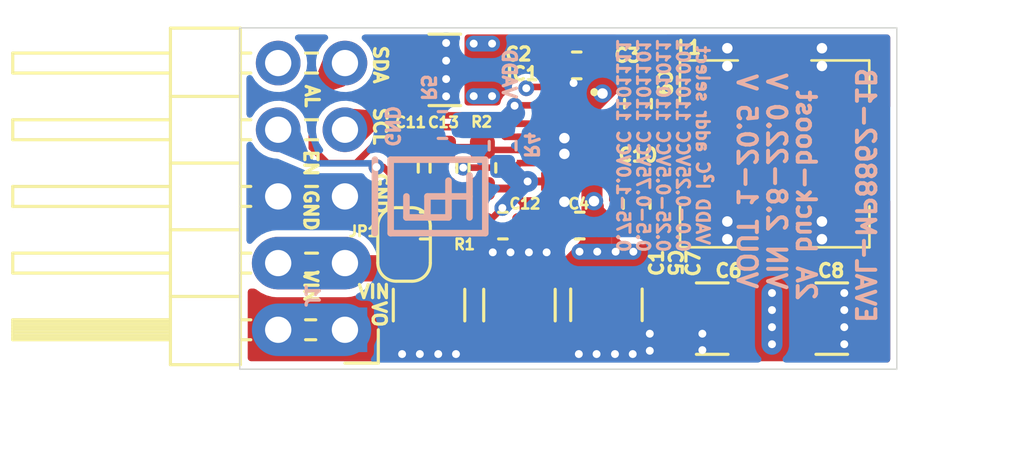
<source format=kicad_pcb>
(kicad_pcb (version 20201002) (generator pcbnew)
  (title_block (title "EVAL-MP8862GQ-0000") (date "2020-10-24") (rev "1B") (company "https://github.com/MisterHW"))
  (layers (0 "F.Cu" signal) (1 "In1.Cu" signal) (2 "In2.Cu" signal) (31 "B.Cu" signal) (34 "B.Paste" user) (35 "F.Paste" user) (36 "B.SilkS" user "B.Silkscreen") (37 "F.SilkS" user "F.Silkscreen") (38 "B.Mask" user) (39 "F.Mask" user) (44 "Edge.Cuts" user))
  (net 0 "")
  (net 1 "GND")
  (net 2 "/ALT")
  (net 3 "/SDA")
  (net 4 "/SCL")
  (net 5 "VPP")
  (net 6 "VDD")
  (net 7 "/EN")
  (net 8 "Net-(JP1-Pad2)")
  (net 9 "/ADD")
  (net 10 "/VCC")
  (net 11 "/SW1")
  (net 12 "/SW2")
  (net 13 "/BST1")
  (net 14 "/BST2")
  (net 15 "/OC")
  (net 16 "Net-(C9-Pad1)")
  (module "Resistor_SMD:R_0603_1608Metric" (layer "F.Cu") (at 105.23 93.8325 -90)
    (fp_text reference "R2" (at -1.75 0.03 180) (layer "F.SilkS") (effects (font (size 0.4 0.4) (thickness 0.1))))
    (fp_text value "21.5k")
    (fp_line (start -0.162779 -0.51) (end 0.162779 -0.51) (layer "F.SilkS") (width 0.12))
    (fp_line (start -0.162779 0.51) (end 0.162779 0.51) (layer "F.SilkS") (width 0.12))
    (pad "1" smd roundrect (at -0.7875 0 270) (size 0.875 0.95) (layers "F.Cu" "F.Paste" "F.Mask") (net 15 "/OC"))
    (pad "2" smd roundrect (at 0.7875 0 270) (size 0.875 0.95) (layers "F.Cu" "F.Paste" "F.Mask") (net 1 "GND"))
  )
  (module "Capacitor_SMD:C_1210_3225Metric" (layer "F.Cu") (at 103.2 99.06 -90)
    (fp_text reference "C1" (at -1.61 -8.66 -90) (layer "F.SilkS") (effects (font (size 0.5 0.5) (thickness 0.125))))
    (fp_text value "22µF/35V")
    (fp_line (start -0.602064 1.36) (end 0.602064 1.36) (layer "F.SilkS") (width 0.12))
    (fp_line (start -0.602064 -1.36) (end 0.602064 -1.36) (layer "F.SilkS") (width 0.12))
    (pad "1" smd roundrect (at -1.4 0 270) (size 1.25 2.65) (layers "F.Cu" "F.Paste" "F.Mask") (roundrect_rratio 0.2) (net 5 "VPP"))
    (pad "2" smd roundrect (at 1.4 0 270) (size 1.25 2.65) (layers "F.Cu" "F.Paste" "F.Mask") (roundrect_rratio 0.2) (net 1 "GND"))
  )
  (module "Capacitor_SMD:C_0603_1608Metric" (layer "F.Cu") (at 108.9375 96.03 180)
    (fp_text reference "C4" (at 0.0375 0.83 180) (layer "F.SilkS") (effects (font (size 0.4 0.4) (thickness 0.1))))
    (fp_text value "100nF/50V")
    (fp_line (start -0.162779 -0.51) (end 0.162779 -0.51) (layer "F.SilkS") (width 0.12))
    (fp_line (start -0.162779 0.51) (end 0.162779 0.51) (layer "F.SilkS") (width 0.12))
    (pad "1" smd roundrect (at -0.7875 0 180) (size 0.875 0.95) (layers "F.Cu" "F.Paste" "F.Mask") (net 6 "VDD"))
    (pad "2" smd roundrect (at 0.7875 0 180) (size 0.875 0.95) (layers "F.Cu" "F.Paste" "F.Mask") (net 1 "GND"))
  )
  (module "Capacitor_SMD:C_1210_3225Metric" (layer "F.Cu") (at 106.64 99.06 90)
    (fp_text reference "C5" (at 1.61 5.92 270 unlocked) (layer "F.SilkS") (effects (font (size 0.5 0.5) (thickness 0.125))))
    (fp_text value "22µF/35V")
    (fp_line (start -0.602064 1.36) (end 0.602064 1.36) (layer "F.SilkS") (width 0.12))
    (fp_line (start -0.602064 -1.36) (end 0.602064 -1.36) (layer "F.SilkS") (width 0.12))
    (pad "1" smd roundrect (at -1.4 0 90) (size 1.25 2.65) (layers "F.Cu" "F.Paste" "F.Mask") (roundrect_rratio 0.2) (net 6 "VDD"))
    (pad "2" smd roundrect (at 1.4 0 90) (size 1.25 2.65) (layers "F.Cu" "F.Paste" "F.Mask") (roundrect_rratio 0.2) (net 1 "GND"))
  )
  (module "Capacitor_SMD:C_1210_3225Metric" (layer "F.Cu") (at 113.975 99.575 180)
    (fp_text reference "C6" (at -0.625 1.825 180) (layer "F.SilkS") (effects (font (size 0.5 0.5) (thickness 0.125))))
    (fp_text value "22µF/35V")
    (fp_line (start -0.602064 -1.36) (end 0.602064 -1.36) (layer "F.SilkS") (width 0.12))
    (fp_line (start -0.602064 1.36) (end 0.602064 1.36) (layer "F.SilkS") (width 0.12))
    (pad "1" smd roundrect (at -1.4 0 180) (size 1.25 2.65) (layers "F.Cu" "F.Paste" "F.Mask") (roundrect_rratio 0.2) (net 6 "VDD"))
    (pad "2" smd roundrect (at 1.4 0 180) (size 1.25 2.65) (layers "F.Cu" "F.Paste" "F.Mask") (roundrect_rratio 0.2) (net 1 "GND"))
  )
  (module "Capacitor_SMD:C_1210_3225Metric" (layer "F.Cu") (at 109.95 99.05 -90)
    (fp_text reference "C7" (at -1.58 -3.3 -90) (layer "F.SilkS") (effects (font (size 0.5 0.5) (thickness 0.125))))
    (fp_text value "22µF/35V")
    (fp_line (start -0.602064 1.36) (end 0.602064 1.36) (layer "F.SilkS") (width 0.12))
    (fp_line (start -0.602064 -1.36) (end 0.602064 -1.36) (layer "F.SilkS") (width 0.12))
    (pad "1" smd roundrect (at -1.4 0 270) (size 1.25 2.65) (layers "F.Cu" "F.Paste" "F.Mask") (roundrect_rratio 0.2) (net 6 "VDD"))
    (pad "2" smd roundrect (at 1.4 0 270) (size 1.25 2.65) (layers "F.Cu" "F.Paste" "F.Mask") (roundrect_rratio 0.2) (net 1 "GND"))
  )
  (module "Capacitor_SMD:C_1210_3225Metric" (layer "F.Cu") (at 118.525 99.575)
    (fp_text reference "C8" (at -0.025 -1.825 180) (layer "F.SilkS") (effects (font (size 0.5 0.5) (thickness 0.125))))
    (fp_text value "22µF/35V")
    (fp_line (start -0.602064 1.36) (end 0.602064 1.36) (layer "F.SilkS") (width 0.12))
    (fp_line (start -0.602064 -1.36) (end 0.602064 -1.36) (layer "F.SilkS") (width 0.12))
    (pad "1" smd roundrect (at -1.4 0) (size 1.25 2.65) (layers "F.Cu" "F.Paste" "F.Mask") (roundrect_rratio 0.2) (net 6 "VDD"))
    (pad "2" smd roundrect (at 1.4 0) (size 1.25 2.65) (layers "F.Cu" "F.Paste" "F.Mask") (roundrect_rratio 0.2) (net 1 "GND"))
  )
  (module "Capacitor_SMD:C_0603_1608Metric" (layer "F.Cu") (at 102.28 93.8325 90)
    (fp_text reference "C11" (at 1.7325 0.22 180) (layer "F.SilkS") (effects (font (size 0.4 0.4) (thickness 0.1))))
    (fp_text value "22nF")
    (fp_line (start -0.162779 -0.51) (end 0.162779 -0.51) (layer "F.SilkS") (width 0.12))
    (fp_line (start -0.162779 0.51) (end 0.162779 0.51) (layer "F.SilkS") (width 0.12))
    (pad "1" smd roundrect (at -0.7875 0 90) (size 0.875 0.95) (layers "F.Cu" "F.Paste" "F.Mask") (net 7 "/EN"))
    (pad "2" smd roundrect (at 0.7875 0 90) (size 0.875 0.95) (layers "F.Cu" "F.Paste" "F.Mask") (net 1 "GND"))
  )
  (module "Capacitor_SMD:C_0603_1608Metric" (layer "F.Cu") (at 103.75 93.8325 90)
    (fp_text reference "C13" (at 1.7325 0 180) (layer "F.SilkS") (effects (font (size 0.4 0.4) (thickness 0.1))))
    (fp_text value "22nF")
    (fp_line (start -0.162779 0.51) (end 0.162779 0.51) (layer "F.SilkS") (width 0.12))
    (fp_line (start -0.162779 -0.51) (end 0.162779 -0.51) (layer "F.SilkS") (width 0.12))
    (pad "1" smd roundrect (at -0.7875 0 90) (size 0.875 0.95) (layers "F.Cu" "F.Paste" "F.Mask") (net 1 "GND"))
    (pad "2" smd roundrect (at 0.7875 0 90) (size 0.875 0.95) (layers "F.Cu" "F.Paste" "F.Mask") (net 15 "/OC"))
  )
  (module "Resistor_SMD:R_0603_1608Metric" (layer "F.Cu") (at 103.0325 96.03 180)
    (fp_text reference "R1" (at -1.5175 -0.72 180) (layer "F.SilkS") (effects (font (size 0.4 0.4) (thickness 0.1))))
    (fp_text value "499k")
    (fp_line (start -0.162779 -0.51) (end 0.162779 -0.51) (layer "F.SilkS") (width 0.12))
    (fp_line (start -0.162779 0.51) (end 0.162779 0.51) (layer "F.SilkS") (width 0.12))
    (pad "1" smd roundrect (at -0.7875 0 180) (size 0.875 0.95) (layers "F.Cu" "F.Paste" "F.Mask") (net 7 "/EN"))
    (pad "2" smd roundrect (at 0.7875 0 180) (size 0.875 0.95) (layers "F.Cu" "F.Paste" "F.Mask") (net 8 "Net-(JP1-Pad2)"))
  )
  (module "MP8862GQ:MP8862GQ" (layer "F.Cu") (at 108.34 92.9 -90)
    (fp_text reference "IC1" (at -2.65 1.59 180) (layer "F.SilkS") (effects (font (size 0.5 0.5) (thickness 0.125))))
    (fp_text value "MP8862GQ" hide)
    (fp_line (start -2 -1.15) (end -2 -1.15) (layer "F.SilkS") (width 0.2))
    (fp_line (start -1.9 -1.15) (end -1.9 -1.15) (layer "F.SilkS") (width 0.2))
    (fp_line (start -2 -1.15) (end -2 -1.15) (layer "F.SilkS") (width 0.2))
    (fp_arc (start -1.95 -1.15) (end -2 -1.15) (angle -180) (layer "F.SilkS") (width 0.2))
    (fp_arc (start -1.95 -1.15) (end -2 -1.15) (angle -180) (layer "F.SilkS") (width 0.2))
    (fp_arc (start -1.95 -1.15) (end -1.9 -1.15) (angle -180) (layer "F.SilkS") (width 0.2))
    (pad "1" smd rect (at -1.4 -0.75) (size 0.25 0.8) (layers "F.Cu" "F.Paste" "F.Mask") (net 5 "VPP"))
    (pad "2" smd rect (at -1.45 -0.25) (size 0.25 0.7) (layers "F.Cu" "F.Paste" "F.Mask") (net 1 "GND"))
    (pad "3" smd rect (at -1.45 0.25) (size 0.25 0.7) (layers "F.Cu" "F.Paste" "F.Mask") (net 7 "/EN"))
    (pad "4" smd rect (at -1.45 0.75) (size 0.25 0.7) (layers "F.Cu" "F.Paste" "F.Mask") (net 9 "/ADD"))
    (pad "5" smd rect (at -0.75 1.45 270) (size 0.25 0.7) (layers "F.Cu" "F.Paste" "F.Mask") (net 4 "/SCL"))
    (pad "6" smd rect (at -0.25 1.2 270) (size 0.25 1.2) (layers "F.Cu" "F.Paste" "F.Mask") (net 3 "/SDA"))
    (pad "7" smd rect (at 0.25 1.2 270) (size 0.25 1.2) (layers "F.Cu" "F.Paste" "F.Mask") (net 15 "/OC"))
    (pad "8" smd rect (at 0.75 1.45 270) (size 0.25 0.7) (layers "F.Cu" "F.Paste" "F.Mask") (net 2 "/ALT"))
    (pad "9" smd rect (at 1.45 0.75) (size 0.25 0.7) (layers "F.Cu" "F.Paste" "F.Mask") (net 10 "/VCC"))
    (pad "10" smd rect (at 1.45 0.25) (size 0.25 0.7) (layers "F.Cu" "F.Paste" "F.Mask") (net 1 "GND"))
    (pad "11" smd rect (at 1.45 -0.25) (size 0.25 0.7) (layers "F.Cu" "F.Paste" "F.Mask") (net 1 "GND"))
    (pad "12" smd rect (at 1.45 -0.75) (size 0.25 0.7) (layers "F.Cu" "F.Paste" "F.Mask") (net 6 "VDD"))
    (pad "13" smd rect (at 0.75 -1.45 270) (size 0.25 0.7) (layers "F.Cu" "F.Paste" "F.Mask") (net 14 "/BST2"))
    (pad "14" smd rect (at 0.25 -1.2 270) (size 0.25 1.2) (layers "F.Cu" "F.Paste" "F.Mask") (net 12 "/SW2"))
    (pad "15" smd rect (at -0.25 -1.2 270) (size 0.25 1.2) (layers "F.Cu" "F.Paste" "F.Mask") (net 11 "/SW1"))
    (pad "16" smd rect (at -0.75 -1.45 270) (size 0.25 0.7) (layers "F.Cu" "F.Paste" "F.Mask") (net 13 "/BST1"))
  )
  (module "Capacitor_SMD:C_0603_1608Metric" (layer "F.Cu") (at 108.82 89.93 180)
    (fp_text reference "C3" (at -1.93 0.38 180) (layer "F.SilkS") (effects (font (size 0.5 0.5) (thickness 0.125))))
    (fp_text value "100nF/50V")
    (fp_line (start -0.162779 -0.51) (end 0.162779 -0.51) (layer "F.SilkS") (width 0.12))
    (fp_line (start -0.162779 0.51) (end 0.162779 0.51) (layer "F.SilkS") (width 0.12))
    (pad "1" smd roundrect (at -0.7875 0 180) (size 0.875 0.95) (layers "F.Cu" "F.Paste" "F.Mask") (net 5 "VPP"))
    (pad "2" smd roundrect (at 0.7875 0 180) (size 0.875 0.95) (layers "F.Cu" "F.Paste" "F.Mask") (net 1 "GND"))
  )
  (module "IHLE2525CD:IHLE2525CD" (layer "F.Cu") (at 116.35 93.3 90)
    (fp_text reference "L1" (at 4.05 -3.25 180) (layer "F.SilkS") (effects (font (size 0.5 0.5) (thickness 0.125))))
    (fp_text value "IHLE2525CDER4R7M5A" hide)
    (fp_line (start -2 -3.6) (end -3.558 -3.6) (layer "F.SilkS") (width 0.1))
    (fp_line (start 3.559 3.6) (end 3.559 1.4) (layer "F.SilkS") (width 0.1))
    (fp_line (start -3.558 -3.6) (end -3.558 -1.4) (layer "F.SilkS") (width 0.1))
    (fp_line (start 2 -3.607) (end 3.559 -3.6) (layer "F.SilkS") (width 0.1))
    (fp_line (start -3.558 3.607) (end -2 3.607) (layer "F.SilkS") (width 0.1))
    (fp_line (start 2 3.607) (end 3.559 3.6) (layer "F.SilkS") (width 0.1))
    (fp_line (start -3.558 1.4) (end -3.558 3.607) (layer "F.SilkS") (width 0.1))
    (fp_line (start 3.559 -3.6) (end 3.559 -1.4) (layer "F.SilkS") (width 0.1))
    (pad "1" smd roundrect (at 0 3 180) (size 2.4 3.4) (layers "F.Cu" "F.Paste" "F.Mask") (net 11 "/SW1"))
    (pad "2" smd roundrect (at 0 -3 180) (size 2.4 3.4) (layers "F.Cu" "F.Paste" "F.Mask") (net 12 "/SW2"))
    (pad "3" smd roundrect (at 3.053 0 90) (size 2.285 2.39) (layers "F.Cu" "F.Paste" "F.Mask") (net 1 "GND"))
    (pad "4" smd roundrect (at -3.053 0 90) (size 2.285 2.39) (layers "F.Cu" "F.Paste" "F.Mask") (roundrect_rratio 0.24) (net 1 "GND"))
  )
  (module "Capacitor_SMD:C_0603_1608Metric" (layer "F.Cu") (at 111.1 95.2125 -90)
    (fp_text reference "C10" (at -1.8625 -0.05 180) (layer "F.SilkS") (effects (font (size 0.5 0.5) (thickness 0.125))))
    (fp_text value "100nF/50V")
    (fp_line (start -0.162779 0.51) (end 0.162779 0.51) (layer "F.SilkS") (width 0.12))
    (fp_line (start -0.162779 -0.51) (end 0.162779 -0.51) (layer "F.SilkS") (width 0.12))
    (pad "1" smd roundrect (at -0.7875 0 270) (size 0.875 0.95) (layers "F.Cu" "F.Paste" "F.Mask") (net 12 "/SW2"))
    (pad "2" smd roundrect (at 0.7875 0 270) (size 0.875 0.95) (layers "F.Cu" "F.Paste" "F.Mask") (net 14 "/BST2"))
  )
  (module "Capacitor_SMD:C_1210_3225Metric" (layer "F.Cu") (at 103.8 90.1 180)
    (fp_text reference "C2" (at -2.8 0.6) (layer "F.SilkS") (effects (font (size 0.5 0.5) (thickness 0.125))))
    (fp_text value "22µF/35V")
    (fp_line (start -0.602064 1.36) (end 0.602064 1.36) (layer "F.SilkS") (width 0.12))
    (fp_line (start -0.602064 -1.36) (end 0.602064 -1.36) (layer "F.SilkS") (width 0.12))
    (pad "1" smd roundrect (at -1.4 0 180) (size 1.25 2.65) (layers "F.Cu" "F.Paste" "F.Mask") (roundrect_rratio 0.2) (net 5 "VPP"))
    (pad "2" smd roundrect (at 1.4 0 180) (size 1.25 2.65) (layers "F.Cu" "F.Paste" "F.Mask") (roundrect_rratio 0.2) (net 1 "GND"))
  )
  (module "Capacitor_SMD:C_0603_1608Metric" (layer "F.Cu") (at 111.15 91.3875 90)
    (fp_text reference "C9" (at 0.7875 1 270 unlocked) (layer "F.SilkS") (effects (font (size 0.5 0.5) (thickness 0.125))))
    (fp_text value "100nF/50V")
    (fp_line (start -0.162779 -0.51) (end 0.162779 -0.51) (layer "F.SilkS") (width 0.12))
    (fp_line (start -0.162779 0.51) (end 0.162779 0.51) (layer "F.SilkS") (width 0.12))
    (pad "1" smd roundrect (at -0.7875 0 90) (size 0.875 0.95) (layers "F.Cu" "F.Paste" "F.Mask") (net 11 "/SW1"))
    (pad "2" smd roundrect (at 0.7875 0 90) (size 0.875 0.95) (layers "F.Cu" "F.Paste" "F.Mask") (net 13 "/BST1"))
  )
  (module "Connector_PinHeader_2.54mm:PinHeader_2x05_P2.54mm_Horizontal" (layer "F.Cu") (at 100 100 180)
    (fp_text reference "J1" (at 1.25 1.3 270 unlocked) (layer "B.SilkS") (effects (font (size 0.5 0.5) (thickness 0.125)) (justify mirror)))
    (fp_text value "61300511021")
    (fp_line (start 6.64 0.28) (end 12.64 0.28) (layer "F.SilkS") (width 0.12))
    (fp_line (start 3.98 11.49) (end 6.64 11.49) (layer "F.SilkS") (width 0.12))
    (fp_line (start 12.64 7.24) (end 12.64 8) (layer "F.SilkS") (width 0.12))
    (fp_line (start 3.98 1.27) (end 6.64 1.27) (layer "F.SilkS") (width 0.12))
    (fp_line (start 6.64 7.24) (end 12.64 7.24) (layer "F.SilkS") (width 0.12))
    (fp_line (start 1.11 0.38) (end 1.497071 0.38) (layer "F.SilkS") (width 0.12))
    (fp_line (start 3.98 8.89) (end 6.64 8.89) (layer "F.SilkS") (width 0.12))
    (fp_line (start 6.64 0.04) (end 12.64 0.04) (layer "F.SilkS") (width 0.12))
    (fp_line (start 3.582929 0.38) (end 3.98 0.38) (layer "F.SilkS") (width 0.12))
    (fp_line (start 6.64 2.16) (end 12.64 2.16) (layer "F.SilkS") (width 0.12))
    (fp_line (start 1.042929 2.92) (end 1.497071 2.92) (layer "F.SilkS") (width 0.12))
    (fp_line (start 3.98 6.35) (end 6.64 6.35) (layer "F.SilkS") (width 0.12))
    (fp_line (start 12.64 2.92) (end 6.64 2.92) (layer "F.SilkS") (width 0.12))
    (fp_line (start 12.64 4.7) (end 12.64 5.46) (layer "F.SilkS") (width 0.12))
    (fp_line (start 1.042929 8) (end 1.497071 8) (layer "F.SilkS") (width 0.12))
    (fp_line (start -1.27 0) (end -1.27 -1.27) (layer "F.SilkS") (width 0.12))
    (fp_line (start 6.64 4.7) (end 12.64 4.7) (layer "F.SilkS") (width 0.12))
    (fp_line (start 3.582929 7.24) (end 3.98 7.24) (layer "F.SilkS") (width 0.12))
    (fp_line (start 12.64 8) (end 6.64 8) (layer "F.SilkS") (width 0.12))
    (fp_line (start 3.582929 4.7) (end 3.98 4.7) (layer "F.SilkS") (width 0.12))
    (fp_line (start 6.64 9.78) (end 12.64 9.78) (layer "F.SilkS") (width 0.12))
    (fp_line (start 6.64 11.49) (end 6.64 -1.33) (layer "F.SilkS") (width 0.12))
    (fp_line (start 3.582929 9.78) (end 3.98 9.78) (layer "F.SilkS") (width 0.12))
    (fp_line (start -1.27 -1.27) (end 0 -1.27) (layer "F.SilkS") (width 0.12))
    (fp_line (start 1.042929 4.7) (end 1.497071 4.7) (layer "F.SilkS") (width 0.12))
    (fp_line (start 6.64 0.16) (end 12.64 0.16) (layer "F.SilkS") (width 0.12))
    (fp_line (start 3.98 3.81) (end 6.64 3.81) (layer "F.SilkS") (width 0.12))
    (fp_line (start 12.64 9.78) (end 12.64 10.54) (layer "F.SilkS") (width 0.12))
    (fp_line (start 12.64 5.46) (end 6.64 5.46) (layer "F.SilkS") (width 0.12))
    (fp_line (start 3.582929 2.92) (end 3.98 2.92) (layer "F.SilkS") (width 0.12))
    (fp_line (start 3.582929 -0.38) (end 3.98 -0.38) (layer "F.SilkS") (width 0.12))
    (fp_line (start 6.64 -0.32) (end 12.64 -0.32) (layer "F.SilkS") (width 0.12))
    (fp_line (start 6.64 -1.33) (end 3.98 -1.33) (layer "F.SilkS") (width 0.12))
    (fp_line (start 12.64 -0.38) (end 12.64 0.38) (layer "F.SilkS") (width 0.12))
    (fp_line (start 6.64 -0.2) (end 12.64 -0.2) (layer "F.SilkS") (width 0.12))
    (fp_line (start 1.042929 10.54) (end 1.497071 10.54) (layer "F.SilkS") (width 0.12))
    (fp_line (start 1.042929 5.46) (end 1.497071 5.46) (layer "F.SilkS") (width 0.12))
    (fp_line (start 6.64 -0.38) (end 12.64 -0.38) (layer "F.SilkS") (width 0.12))
    (fp_line (start 3.582929 5.46) (end 3.98 5.46) (layer "F.SilkS") (width 0.12))
    (fp_line (start 1.11 -0.38) (end 1.497071 -0.38) (layer "F.SilkS") (width 0.12))
    (fp_line (start 12.64 10.54) (end 6.64 10.54) (layer "F.SilkS") (width 0.12))
    (fp_line (start 12.64 0.38) (end 6.64 0.38) (layer "F.SilkS") (width 0.12))
    (fp_line (start 1.042929 2.16) (end 1.497071 2.16) (layer "F.SilkS") (width 0.12))
    (fp_line (start 3.582929 8) (end 3.98 8) (layer "F.SilkS") (width 0.12))
    (fp_line (start 1.042929 9.78) (end 1.497071 9.78) (layer "F.SilkS") (width 0.12))
    (fp_line (start 1.042929 7.24) (end 1.497071 7.24) (layer "F.SilkS") (width 0.12))
    (fp_line (start 3.582929 2.16) (end 3.98 2.16) (layer "F.SilkS") (width 0.12))
    (fp_line (start 6.64 -0.08) (end 12.64 -0.08) (layer "F.SilkS") (width 0.12))
    (fp_line (start 12.64 2.16) (end 12.64 2.92) (layer "F.SilkS") (width 0.12))
    (fp_line (start 3.582929 10.54) (end 3.98 10.54) (layer "F.SilkS") (width 0.12))
    (fp_line (start 3.98 -1.33) (end 3.98 11.49) (layer "F.SilkS") (width 0.12))
    (pad "1" thru_hole rect (at 0 0 180) (size 1.7 1.7) (drill 1) (layers *.Cu *.Mask) (net 6 "VDD"))
    (pad "2" thru_hole oval (at 2.54 0 180) (size 1.7 1.7) (drill 1) (layers *.Cu *.Mask) (net 6 "VDD"))
    (pad "3" thru_hole oval (at 0 2.54 180) (size 1.7 1.7) (drill 1) (layers *.Cu *.Mask) (net 5 "VPP"))
    (pad "4" thru_hole oval (at 2.54 2.54 180) (size 1.7 1.7) (drill 1) (layers *.Cu *.Mask) (net 5 "VPP"))
    (pad "5" thru_hole oval (at 0 5.08 180) (size 1.7 1.7) (drill 1) (layers *.Cu *.Mask) (net 1 "GND"))
    (pad "6" thru_hole oval (at 2.54 5.08 180) (size 1.7 1.7) (drill 1) (layers *.Cu *.Mask) (net 1 "GND"))
    (pad "7" thru_hole oval (at 0 7.62 180) (size 1.7 1.7) (drill 1) (layers *.Cu *.Mask) (net 4 "/SCL"))
    (pad "8" thru_hole oval (at 2.54 7.62 180) (size 1.7 1.7) (drill 1) (layers *.Cu *.Mask) (net 7 "/EN"))
    (pad "9" thru_hole oval (at 0 10.16 180) (size 1.7 1.7) (drill 1) (layers *.Cu *.Mask) (net 3 "/SDA"))
    (pad "10" thru_hole oval (at 2.54 10.16 180) (size 1.7 1.7) (drill 1) (layers *.Cu *.Mask) (net 2 "/ALT"))
  )
  (module "Capacitor_SMD:C_0603_1608Metric" (layer "F.Cu") (at 106.01 96.03 180)
    (fp_text reference "C12" (at -0.84 0.83 180) (layer "F.SilkS") (effects (font (size 0.4 0.4) (thickness 0.1))))
    (fp_text value "1µF/16V")
    (fp_line (start -0.162779 -0.51) (end 0.162779 -0.51) (layer "F.SilkS") (width 0.12))
    (fp_line (start -0.162779 0.51) (end 0.162779 0.51) (layer "F.SilkS") (width 0.12))
    (pad "1" smd roundrect (at -0.7875 0 180) (size 0.875 0.95) (layers "F.Cu" "F.Paste" "F.Mask") (net 1 "GND"))
    (pad "2" smd roundrect (at 0.7875 0 180) (size 0.875 0.95) (layers "F.Cu" "F.Paste" "F.Mask") (net 10 "/VCC"))
  )
  (module "Jumper:SolderJumper-2_P1.3mm_Open_RoundedPad1.0x1.5mm" (layer "F.Cu") (at 102.25 96.75 90)
    (fp_text reference "JP1" (at 0.5 -1.55 180) (layer "F.SilkS") (effects (font (size 0.4 0.4) (thickness 0.1))))
    (fp_text value "SJ open")
    (fp_line (start 0.7 1) (end -0.7 1) (layer "F.SilkS") (width 0.12))
    (fp_line (start -1.4 0.3) (end -1.4 -0.3) (layer "F.SilkS") (width 0.12))
    (fp_line (start 1.4 -0.3) (end 1.4 0.3) (layer "F.SilkS") (width 0.12))
    (fp_line (start -0.7 -1) (end 0.7 -1) (layer "F.SilkS") (width 0.12))
    (fp_arc (start 0.7 0.3) (end 0.7 1) (angle -90) (layer "F.SilkS") (width 0.12))
    (fp_arc (start -0.7 0.3) (end -1.4 0.3) (angle -90) (layer "F.SilkS") (width 0.12))
    (fp_arc (start -0.7 -0.3) (end -0.7 -1) (angle -90) (layer "F.SilkS") (width 0.12))
    (fp_arc (start 0.7 -0.3) (end 1.4 -0.3) (angle -90) (layer "F.SilkS") (width 0.12))
    (pad "1" smd custom (at -0.65 0 90) (size 1 0.5) (layers "F.Cu" "F.Mask") (net 5 "VPP") (options (clearance outline) (anchor rect)) (primitives (gr_circle (center 0 0.25) (end 0.5 0.25) (width 0)) (gr_circle (center 0 -0.25) (end 0.5 -0.25) (width 0)) (gr_poly (pts (xy 0 -0.75) (xy 0.5 -0.75) (xy 0.5 0.75) (xy 0 0.75)) (width 0))))
    (pad "2" smd roundrect (at 0.65 0 90) (size 1 1.5) (layers "F.Cu" "F.Mask") (roundrect_rratio 0.4) (net 8 "Net-(JP1-Pad2)"))
  )
  (module "Resistor_SMD:R_0603_1608Metric" (layer "B.Cu") (at 103.7125 92.2 180)
    (fp_text reference "R5" (at 0.5425 1.422 270 unlocked) (layer "B.SilkS") (effects (font (size 0.5 0.5) (thickness 0.125)) (justify mirror)))
    (fp_text value "301k")
    (fp_line (start -0.162779 -0.51) (end 0.162779 -0.51) (layer "B.SilkS") (width 0.12))
    (fp_line (start -0.162779 0.51) (end 0.162779 0.51) (layer "B.SilkS") (width 0.12))
    (pad "1" smd roundrect (at -0.7875 0 180) (size 0.875 0.95) (layers "B.Cu" "B.Paste" "B.Mask") (net 9 "/ADD"))
    (pad "2" smd roundrect (at 0.7875 0 180) (size 0.875 0.95) (layers "B.Cu" "B.Paste" "B.Mask") (net 1 "GND"))
  )
  (module "Resistor_SMD:R_0603_1608Metric" (layer "B.Cu") (at 106 92.9875 90)
    (fp_text reference "R4" (at 0.0195 1.088 270 unlocked) (layer "B.SilkS") (effects (font (size 0.5 0.5) (thickness 0.125)) (justify mirror)))
    (fp_text value "499k")
    (fp_line (start -0.162779 -0.51) (end 0.162779 -0.51) (layer "B.SilkS") (width 0.12))
    (fp_line (start -0.162779 0.51) (end 0.162779 0.51) (layer "B.SilkS") (width 0.12))
    (pad "1" smd roundrect (at -0.7875 0 90) (size 0.875 0.95) (layers "B.Cu" "B.Paste" "B.Mask") (net 10 "/VCC"))
    (pad "2" smd roundrect (at 0.7875 0 90) (size 0.875 0.95) (layers "B.Cu" "B.Paste" "B.Mask") (net 9 "/ADD"))
  )
  (gr_line (start 103.14 94.92) (end 103.14 95.72) (layer "B.SilkS") (width 0.25))
  (gr_line (start 103.94 94.92) (end 103.14 94.92) (layer "B.SilkS") (width 0.25))
  (gr_line (start 102.34 95.72) (end 102.34 94.92) (layer "B.SilkS") (width 0.25))
  (gr_line (start 103.94 95.72) (end 102.34 95.72) (layer "B.SilkS") (width 0.25))
  (gr_line (start 103.94 94.92) (end 103.94 95.72) (layer "B.SilkS") (width 0.25))
  (gr_line (start 103.94 94.92) (end 103.94 94.32) (layer "B.SilkS") (width 0.25))
  (gr_line (start 104.74 94.92) (end 103.94 94.92) (layer "B.SilkS") (width 0.25))
  (gr_line (start 104.74 94.12) (end 104.74 95.72) (layer "B.SilkS") (width 0.25))
  (gr_line (start 101.14 93.52) (end 101.14 96.32) (layer "B.SilkS") (width 0.25))
  (gr_line (start 101.74 93.52) (end 105.34 93.52) (layer "B.SilkS") (width 0.25))
  (gr_line (start 101.74 96.32) (end 101.74 93.52) (layer "B.SilkS") (width 0.25))
  (gr_line (start 105.34 96.32) (end 101.74 96.32) (layer "B.SilkS") (width 0.25))
  (gr_line (start 105.34 93.52) (end 105.34 96.32) (layer "B.SilkS") (width 0.25))
  (gr_line (start 121 101.5) (end 96 101.5) (layer "Edge.Cuts") (width 0.05))
  (gr_line (start 96 88.5) (end 121 88.5) (layer "Edge.Cuts") (width 0.05))
  (gr_line (start 121 88.5) (end 121 101.5) (layer "Edge.Cuts") (width 0.05))
  (gr_line (start 96 101.5) (end 96 88.5) (layer "Edge.Cuts") (width 0.05))
  (gr_text "VADD I²C addr select\n0.0-0.25VCC 1101001\n0.25-0.5VCC 1101011\n0.5-0.75VCC 1101101\n0.75-1.0VCC 1101111" (at 112.1 92.975 270) (layer "B.SilkS") (effects (font (size 0.47 0.47) (thickness 0.1125)) (justify mirror)))
  (gr_text "GND" (at 101.8 92.25 270) (layer "B.SilkS") (effects (font (size 0.5 0.5) (thickness 0.125)) (justify mirror)))
  (gr_text "VADD" (at 106.25 90.25 270) (layer "B.SilkS") (effects (font (size 0.5 0.5) (thickness 0.125)) (justify mirror)))
  (gr_text "EVAL-MP8862-1B\n\n2A buck-boost\n  VIN 2.8-22.0 V\n  VOUT 1-20.5 V" (at 117.544 94.88 -90) (layer "B.SilkS") (effects (font (size 0.7 0.7)) (justify mirror)))
  (gr_text "GND" (at 101.35 94.8 270) (layer "F.SilkS") (effects (font (size 0.5 0.5) (thickness 0.125))))
  (gr_text "SDA" (at 101.35 89.9 270) (layer "F.SilkS") (effects (font (size 0.5 0.5) (thickness 0.125))))
  (gr_text "SCL" (at 101.35 92.25 270) (layer "F.SilkS") (effects (font (size 0.5 0.5) (thickness 0.125))))
  (gr_text "VIN" (at 98.7 98.35 270) (layer "F.SilkS") (effects (font (size 0.5 0.5) (thickness 0.125))))
  (gr_text "VO" (at 101.3 99.4 270) (layer "F.SilkS") (effects (font (size 0.5 0.5) (thickness 0.125))))
  (gr_text "EN" (at 98.7 93.65 270) (layer "F.SilkS") (effects (font (size 0.5 0.5) (thickness 0.125))))
  (gr_text "GND" (at 98.7 95.45 270) (layer "F.SilkS") (effects (font (size 0.5 0.5) (thickness 0.125))))
  (gr_text "VIN" (at 101.1 98.55) (layer "F.SilkS") (effects (font (size 0.5 0.5) (thickness 0.125))))
  (gr_text "AL" (at 98.75 91.1 270) (layer "F.SilkS") (effects (font (size 0.5 0.5) (thickness 0.125))))
  (segment (start 103.85 89.725) (end 103.85 90.475) (width 0.6) (layer "F.Cu") (net 1))
  (segment (start 106.7975 95.1875) (end 106.7975 95.2275) (width 0.3) (layer "F.Cu") (net 1))
  (segment (start 102.28 93.045) (end 102.28 93.15) (width 0.3) (layer "F.Cu") (net 1))
  (segment (start 105.23 94.62) (end 105.43 94.62) (width 0.25) (layer "F.Cu") (net 1))
  (segment (start 108.59 94.35) (end 108.59 95.59) (width 0.3) (layer "F.Cu") (net 1))
  (segment (start 107.65 97.05) (end 105.6 97.05) (width 0.6) (layer "F.Cu") (net 1))
  (segment (start 106.925 95.1) (end 106.7975 95.2275) (width 0.3) (layer "F.Cu") (net 1))
  (segment (start 108.0525 89.95) (end 108.0325 89.93) (width 0.3) (layer "F.Cu") (net 1))
  (segment (start 102.28 93.15) (end 103.75 94.62) (width 0.3) (layer "F.Cu") (net 1))
  (segment (start 108.15 96.03) (end 108.15 96.45) (width 0.8) (layer "F.Cu") (net 1))
  (segment (start 108.59 95.59) (end 108.15 96.03) (width 0.3) (layer "F.Cu") (net 1))
  (segment (start 108.15 96.45) (end 106.94 97.66) (width 0.8) (layer "F.Cu") (net 1))
  (segment (start 106.23 94.62) (end 106.7975 95.1875) (width 0.3) (layer "F.Cu") (net 1))
  (segment (start 105.33 94.62) (end 105.55 94.4) (width 0.3) (layer "F.Cu") (net 1))
  (segment (start 108.09 95) (end 107.99 95.1) (width 0.3) (layer "F.Cu") (net 1))
  (segment (start 103.75 94.62) (end 105.23 94.62) (width 0.3) (layer "F.Cu") (net 1))
  (segment (start 105.23 94.62) (end 105.33 94.62) (width 0.3) (layer "F.Cu") (net 1))
  (segment (start 107.99 95.1) (end 106.925 95.1) (width 0.3) (layer "F.Cu") (net 1))
  (segment (start 106.7975 95.2275) (end 106.7975 96.03) (width 0.3) (layer "F.Cu") (net 1))
  (segment (start 108.5 89.95) (end 108.0525 89.95) (width 0.3) (layer "F.Cu") (net 1))
  (segment (start 105.23 94.62) (end 106.23 94.62) (width 0.3) (layer "F.Cu") (net 1))
  (segment (start 108.09 94.35) (end 108.09 95) (width 0.3) (layer "F.Cu") (net 1))
  (segment (start 108.59 91.45) (end 108.59 90.04) (width 0.3) (layer "F.Cu") (net 1))
  (segment (start 97.46 94.92) (end 100 94.92) (width 1.7) (layer "F.Cu") (net 1))
  (segment (start 108.59 90.04) (end 108.5 89.95) (width 0.3) (layer "F.Cu") (net 1))
  (via (at 108.35 92.7) (size 0.7) (drill 0.4) (layers "F.Cu" "B.Cu") (net 1))
  (via (at 103.55 100.925) (size 0.6) (drill 0.3) (layers "F.Cu" "B.Cu") (net 1))
  (via (at 102.85 100.925) (size 0.6) (drill 0.3) (layers "F.Cu" "B.Cu") (net 1))
  (via (at 102.175 100.925) (size 0.6) (drill 0.3) (layers "F.Cu" "B.Cu") (net 1))
  (via (at 103.85 89.075) (size 0.6) (drill 0.3) (layers "F.Cu" "B.Cu") (net 1))
  (via (at 118.15 89.275) (size 0.8) (drill 0.4) (layers "F.Cu" "B.Cu") (net 1))
  (via (at 114.55 96.55) (size 0.8) (drill 0.4) (layers "F.Cu" "B.Cu") (net 1))
  (via (at 114.55 95.875) (size 0.8) (drill 0.4) (layers "F.Cu" "B.Cu") (net 1))
  (via (at 108.35 95.125) (size 0.7) (drill 0.4) (layers "F.Cu" "B.Cu") (net 1))
  (via (at 113.6 100.15) (size 0.6) (drill 0.3) (layers "F.Cu" "B.Cu") (net 1))
  (via (at 109.575 100.925) (size 0.6) (drill 0.3) (layers "F.Cu" "B.Cu") (net 1))
  (via (at 119 100.55) (size 0.6) (drill 0.3) (layers "F.Cu" "B.Cu") (net 1))
  (via (at 119 98.6) (size 0.6) (drill 0.3) (layers "F.Cu" "B.Cu") (net 1))
  (via (at 114.55 89.275) (size 0.8) (drill 0.4) (layers "F.Cu" "B.Cu") (net 1))
  (via (at 105.625 97.05) (size 0.6) (drill 0.3) (layers "F.Cu" "B.Cu") (net 1))
  (via (at 118.15 96.55) (size 0.8) (drill 0.4) (layers "F.Cu" "B.Cu") (net 1))
  (via (at 108.35 93.3) (size 0.7) (drill 0.4) (layers "F.Cu" "B.Cu") (net 1))
  (via (at 104.225 100.925) (size 0.6) (drill 0.3) (layers "F.Cu" "B.Cu") (net 1))
  (via (at 118.15 89.95) (size 0.8) (drill 0.4) (layers "F.Cu" "B.Cu") (net 1))
  (via (at 110.275 100.925) (size 0.6) (drill 0.3) (layers "F.Cu" "B.Cu") (net 1))
  (via (at 113.6 100.775) (size 0.6) (drill 0.3) (layers "F.Cu" "B.Cu") (net 1))
  (via (at 107.675 97.05) (size 0.6) (drill 0.3) (layers "F.Cu" "B.Cu") (net 1))
  (via (at 114.55 89.95) (size 0.8) (drill 0.4) (layers "F.Cu" "B.Cu") (net 1))
  (via (at 103.85 89.75) (size 0.6) (drill 0.3) (layers "F.Cu" "B.Cu") (net 1))
  (via (at 111.6 100.15) (size 0.6) (drill 0.3) (layers "F.Cu" "B.Cu") (net 1))
  (via (at 103.85 91.10747) (size 0.6) (drill 0.3) (layers "F.Cu" "B.Cu") (net 1))
  (via (at 108.7 90.6) (size 0.6) (drill 0.3) (layers "F.Cu" "B.Cu") (net 1))
  (via (at 111.6 100.8) (size 0.6) (drill 0.3) (layers "F.Cu" "B.Cu") (net 1))
  (via (at 107 97.05) (size 0.6) (drill 0.3) (layers "F.Cu" "B.Cu") (net 1))
  (via (at 118.15 95.875) (size 0.8) (drill 0.4) (layers "F.Cu" "B.Cu") (net 1))
  (via (at 103.85 90.45) (size 0.6) (drill 0.3) (layers "F.Cu" "B.Cu") (net 1))
  (via (at 106.3 97.05) (size 0.6) (drill 0.3) (layers "F.Cu" "B.Cu") (net 1))
  (via (at 110.95 100.925) (size 0.6) (drill 0.3) (layers "F.Cu" "B.Cu") (net 1))
  (via (at 119 99.9) (size 0.6) (drill 0.3) (layers "F.Cu" "B.Cu") (net 1))
  (via (at 108.9 100.925) (size 0.6) (drill 0.3) (layers "F.Cu" "B.Cu") (net 1))
  (via (at 119 99.25) (size 0.6) (drill 0.3) (layers "F.Cu" "B.Cu") (net 1))
  (segment (start 97.46 94.92) (end 100 94.92) (width 1.5) (layer "B.Cu") (net 1))
  (segment (start 103.85 89.075) (end 103.85 91.10747) (width 0.8) (layer "B.Cu") (net 1))
  (segment (start 106.89 93.65) (end 106.65 93.65) (width 0.25) (layer "F.Cu") (net 2))
  (segment (start 106.65 93.65) (end 106.475 93.825) (width 0.25) (layer "F.Cu") (net 2))
  (segment (start 106.475 93.825) (end 104.5 93.825) (width 0.25) (layer "F.Cu") (net 2))
  (via (at 104.5 93.825) (size 0.6) (drill 0.3) (layers "F.Cu" "B.Cu") (net 2))
  (segment (start 107.14 92.65) (end 106.088585 92.65) (width 0.25) (layer "F.Cu") (net 3))
  (segment (start 98.74 93.06) (end 98.74 91.1) (width 0.25) (layer "F.Cu") (net 3))
  (segment (start 99.33 93.65) (end 98.74 93.06) (width 0.25) (layer "F.Cu") (net 3))
  (segment (start 106.088585 92.65) (end 105.721076 92.282491) (width 0.25) (layer "F.Cu") (net 3))
  (segment (start 99.150001 90.689999) (end 100 89.84) (width 0.25) (layer "F.Cu") (net 3))
  (segment (start 101.787509 92.282491) (end 100.42 93.65) (width 0.25) (layer "F.Cu") (net 3))
  (segment (start 100.42 93.65) (end 99.33 93.65) (width 0.25) (layer "F.Cu") (net 3))
  (segment (start 98.74 91.1) (end 99.150001 90.689999) (width 0.25) (layer "F.Cu") (net 3))
  (segment (start 105.721076 92.282491) (end 101.787509 92.282491) (width 0.25) (layer "F.Cu") (net 3))
  (segment (start 106.224996 92.15) (end 105.907476 91.83248) (width 0.25) (layer "F.Cu") (net 4))
  (segment (start 100.54752 91.83248) (end 100 92.38) (width 0.25) (layer "F.Cu") (net 4))
  (segment (start 105.907476 91.83248) (end 100.54752 91.83248) (width 0.25) (layer "F.Cu") (net 4))
  (segment (start 106.89 92.15) (end 106.224996 92.15) (width 0.25) (layer "F.Cu") (net 4))
  (segment (start 100 97.46) (end 100 97.5) (width 1) (layer "F.Cu") (net 5))
  (segment (start 97.46 97.46) (end 100 97.46) (width 2) (layer "F.Cu") (net 5))
  (segment (start 103.2 97.66) (end 100.2 97.66) (width 1) (layer "F.Cu") (net 5))
  (segment (start 100.2 97.66) (end 100 97.46) (width 1) (layer "F.Cu") (net 5))
  (via (at 104.9 89.1) (size 0.6) (drill 0.3) (layers "F.Cu" "B.Cu") (net 5))
  (via (at 105.6 89.1) (size 0.6) (drill 0.3) (layers "F.Cu" "B.Cu") (net 5))
  (via (at 105.6 91.1) (size 0.6) (drill 0.3) (layers "F.Cu" "B.Cu") (net 5))
  (via (at 109.8 91) (size 0.7) (drill 0.4) (layers "F.Cu" "B.Cu") (net 5))
  (via (at 104.9 91.1) (size 0.6) (drill 0.3) (layers "F.Cu" "B.Cu") (net 5))
  (segment (start 104.9 89.1) (end 105.6 89.1) (width 0.6) (layer "B.Cu") (net 5))
  (segment (start 104.9 91.1) (end 105.6 91.1) (width 0.6) (layer "B.Cu") (net 5))
  (segment (start 97.46 97.46) (end 100 97.46) (width 2) (layer "B.Cu") (net 5))
  (segment (start 109.5 96) (end 109.53 96.03) (width 0.3) (layer "F.Cu") (net 6))
  (segment (start 109.53 96.03) (end 109.725 96.03) (width 0.3) (layer "F.Cu") (net 6))
  (segment (start 97.46 100) (end 100 100) (width 2) (layer "F.Cu") (net 6))
  (via (at 116.25 98.6) (size 0.6) (drill 0.3) (layers "F.Cu" "B.Cu") (net 6))
  (via (at 110.3 97.025) (size 0.6) (drill 0.3) (layers "F.Cu" "B.Cu") (net 6))
  (via (at 110.975 97.025) (size 0.6) (drill 0.3) (layers "F.Cu" "B.Cu") (net 6))
  (via (at 109.475 95.1) (size 0.7) (drill 0.4) (layers "F.Cu" "B.Cu") (net 6))
  (via (at 116.25 99.9) (size 0.6) (drill 0.3) (layers "F.Cu" "B.Cu") (net 6))
  (via (at 116.25 99.25) (size 0.6) (drill 0.3) (layers "F.Cu" "B.Cu") (net 6))
  (via (at 109.6 97.025) (size 0.6) (drill 0.3) (layers "F.Cu" "B.Cu") (net 6))
  (via (at 116.25 100.55) (size 0.6) (drill 0.3) (layers "F.Cu" "B.Cu") (net 6))
  (via (at 108.925 97.025) (size 0.6) (drill 0.3) (layers "F.Cu" "B.Cu") (net 6))
  (segment (start 97.46 100) (end 100 100) (width 2) (layer "B.Cu") (net 6))
  (segment (start 116.25 98.6) (end 116.25 100.55) (width 0.8) (layer "B.Cu") (net 6))
  (segment (start 108.925 97.025) (end 110.975 97.025) (width 0.6) (layer "B.Cu") (net 6))
  (segment (start 106.95 90.75001) (end 106.90001 90.8) (width 0.25) (layer "F.Cu") (net 7))
  (segment (start 108.09 90.99) (end 107.85001 90.75001) (width 0.25) (layer "F.Cu") (net 7))
  (segment (start 102.28 94.62) (end 101.46 93.8) (width 0.25) (layer "F.Cu") (net 7))
  (segment (start 106.90001 90.8) (end 106.9 90.8) (width 0.25) (layer "F.Cu") (net 7))
  (segment (start 103.82 95.97) (end 102.47 94.62) (width 0.25) (layer "F.Cu") (net 7))
  (segment (start 102.47 94.62) (end 102.28 94.62) (width 0.25) (layer "F.Cu") (net 7))
  (segment (start 108.09 91.45) (end 108.09 90.99) (width 0.25) (layer "F.Cu") (net 7))
  (segment (start 103.82 96.03) (end 103.82 95.97) (width 0.25) (layer "F.Cu") (net 7))
  (segment (start 107.85001 90.75001) (end 106.95 90.75001) (width 0.25) (layer "F.Cu") (net 7))
  (segment (start 101.46 93.8) (end 101.2 93.8) (width 0.25) (layer "F.Cu") (net 7))
  (via (at 106.9 90.8) (size 0.6) (drill 0.3) (layers "F.Cu" "B.Cu") (net 7))
  (via (at 101.2 93.8) (size 0.6) (drill 0.3) (layers "F.Cu" "B.Cu") (net 7))
  (segment (start 106.9 90.8) (end 106.859352 90.840648) (width 0.25) (layer "B.Cu") (net 7))
  (segment (start 101.06 93.66) (end 101.2 93.8) (width 0.25) (layer "B.Cu") (net 7))
  (segment (start 97.46 92.38) (end 98.74 93.66) (width 0.25) (layer "B.Cu") (net 7))
  (segment (start 106.859352 90.840648) (end 106.859352 90.943767) (width 0.25) (layer "B.Cu") (net 7))
  (segment (start 98.74 93.66) (end 101.06 93.66) (width 0.25) (layer "B.Cu") (net 7))
  (segment (start 107.59 91.45) (end 106.471881 91.45) (width 0.25) (layer "F.Cu") (net 9))
  (segment (start 106.471881 91.45) (end 106.456232 91.465649) (width 0.25) (layer "F.Cu") (net 9))
  (via (at 106.456232 91.465649) (size 0.6) (drill 0.3) (layers "F.Cu" "B.Cu") (net 9))
  (segment (start 106.456232 91.743768) (end 106 92.2) (width 0.8) (layer "B.Cu") (net 9))
  (segment (start 106.456232 91.465649) (end 106.456232 91.743768) (width 0.6) (layer "B.Cu") (net 9))
  (segment (start 104.5 92.2) (end 106 92.2) (width 1) (layer "B.Cu") (net 9))
  (segment (start 107.55 94.35) (end 106.949998 94.35) (width 0.3) (layer "F.Cu") (net 10))
  (segment (start 105.2225 96.03) (end 105.32 96.03) (width 0.25) (layer "F.Cu") (net 10))
  (segment (start 105.32 96.03) (end 105.99 95.36) (width 0.25) (layer "F.Cu") (net 10))
  (segment (start 105.2225 96.03) (end 105.27 96.03) (width 0.3) (layer "F.Cu") (net 10))
  (via (at 105.99 95.36) (size 0.6) (drill 0.3) (layers "F.Cu" "B.Cu") (net 10))
  (via (at 106.949998 94.35) (size 0.6) (drill 0.3) (layers "F.Cu" "B.Cu") (net 10))
  (segment (start 106.949998 94.35) (end 106.949998 94.350002) (width 0.8) (layer "B.Cu") (net 10))
  (segment (start 106.5375 94.6) (end 106.5375 94.7625) (width 0.25) (layer "B.Cu") (net 10))
  (segment (start 106 93.775) (end 106.075 93.775) (width 0.25) (layer "B.Cu") (net 10))
  (segment (start 106.075 93.775) (end 106.65 94.35) (width 0.8) (layer "B.Cu") (net 10))
  (segment (start 106.949998 94.350002) (end 106.5375 94.7625) (width 0.6) (layer "B.Cu") (net 10))
  (segment (start 106.65 94.35) (end 106.949998 94.35) (width 0.25) (layer "B.Cu") (net 10))
  (segment (start 106.5375 94.7625) (end 105.99 95.36) (width 0.6) (layer "B.Cu") (net 10))
  (segment (start 110.675 92.65) (end 111.15 92.175) (width 0.3) (layer "F.Cu") (net 11))
  (segment (start 109.54 92.65) (end 110.675 92.65) (width 0.3) (layer "F.Cu") (net 11))
  (segment (start 113.05 93.15) (end 113.2 93.3) (width 0.3) (layer "F.Cu") (net 12))
  (segment (start 109.54 93.15) (end 113.2 93.15) (width 0.3) (layer "F.Cu") (net 12))
  (segment (start 111.1 94.425) (end 112.225 94.425) (width 0.3) (layer "F.Cu") (net 12))
  (segment (start 113.2 93.15) (end 113.35 93.3) (width 0.3) (layer "F.Cu") (net 12))
  (segment (start 112.225 94.425) (end 113.35 93.3) (width 0.3) (layer "F.Cu") (net 12))
  (segment (start 111.15 90.75) (end 110 91.9) (width 0.3) (layer "F.Cu") (net 13))
  (segment (start 111.15 90.6) (end 111.15 90.75) (width 0.3) (layer "F.Cu") (net 13))
  (segment (start 110 91.9) (end 110 92.1) (width 0.3) (layer "F.Cu") (net 13))
  (segment (start 111.1 95.94) (end 110.2 95.04) (width 0.3) (layer "F.Cu") (net 14))
  (segment (start 110.2 94.05) (end 109.9 93.75) (width 0.3) (layer "F.Cu") (net 14))
  (segment (start 111.1 96) (end 111.1 95.94) (width 0.3) (layer "F.Cu") (net 14))
  (segment (start 110.2 95.04) (end 110.2 94.05) (width 0.3) (layer "F.Cu") (net 14))
  (segment (start 105.335 93.15) (end 105.23 93.045) (width 0.25) (layer "F.Cu") (net 15))
  (segment (start 105.23 93.045) (end 103.75 93.045) (width 0.25) (layer "F.Cu") (net 15))
  (segment (start 107.14 93.15) (end 105.335 93.15) (width 0.25) (layer "F.Cu") (net 15))
  (zone (net 11) (net_name "/SW1") (layer "F.Cu") (priority 2) (connect_pads yes (clearance 0.25)) (min_thickness 0.254) (fill yes (thermal_gap 0.508) (thermal_bridge_width 0.508))
    (polygon (pts (xy 110.45 90.96) (xy 111.2 90.25) (xy 114.2 90.25) (xy 115.45 91.5) (xy 119.36 91.5) (xy 119.36 95.06) (xy 114.08 95.06) (xy 113.89 94.87) (xy 113.89 91.52) (xy 113.19 91.52) (xy 111.58 93.13) (xy 110.469684 93.13)))
  )
  (zone (net 13) (net_name "/BST1") (layer "F.Cu") (priority 5) (connect_pads yes (clearance 0.25)) (min_thickness 0.254) (fill yes (thermal_gap 0.508) (thermal_bridge_width 0.508))
    (polygon (pts (xy 110.6 91) (xy 110.6 88.9) (xy 111.9 88.9) (xy 111.9 90.4) (xy 111.3 91)))
  )
  (zone (net 3) (net_name "/SDA") (layer "F.Cu") (connect_pads yes (clearance 0.25)) (min_thickness 0.254) (fill yes (thermal_gap 0.508) (thermal_bridge_width 0.508))
    (polygon (pts (xy 100.1 89.65) (xy 100.05 90.7) (xy 98.85 91.1) (xy 98.65 91) (xy 99.2 89.6)))
  )
  (zone (net 6) (net_name "VDD") (layer "F.Cu") (priority 3) (connect_pads yes (clearance 0.3)) (min_thickness 0.254) (fill yes (thermal_gap 0.508) (thermal_bridge_width 0.508))
    (polygon (pts (xy 96.27 98.43) (xy 107.10464 98.43) (xy 109.234321 96.3) (xy 113.291644 96.3) (xy 114.823739 97.824376) (xy 117.116001 97.824376) (xy 118.05 98.7) (xy 118.04 101.35) (xy 96.27 101.35)))
  )
  (zone (net 12) (net_name "/SW2") (layer "F.Cu") (priority 5) (connect_pads yes (clearance 0.25)) (min_thickness 0.254) (fill yes (thermal_gap 0.508) (thermal_bridge_width 0.508))
    (polygon (pts (xy 109.68 93) (xy 113.93 93) (xy 113.93 94.83) (xy 110.69 94.83) (xy 110.69 93.86) (xy 110.19 93.36) (xy 109.69 93.36)))
  )
  (zone (net 1) (net_name "GND") (layer "F.Cu") (priority 5) (connect_pads yes (clearance 0)) (min_thickness 0.254) (fill yes (thermal_gap 0.508) (thermal_bridge_width 0.508))
    (polygon (pts (xy 108.4 91.05) (xy 108.725 91.05) (xy 108.725 96.425) (xy 108.375 96.775) (xy 107.45 96.775) (xy 107.45 94.75) (xy 107.95 94.75) (xy 107.95 92.05) (xy 108.4 92.05)))
  )
  (zone (net 1) (net_name "GND") (layer "F.Cu") (priority 1) (connect_pads yes (clearance 0.25)) (min_thickness 0.254) (fill yes (thermal_gap 0.508) (thermal_bridge_width 0.508))
    (polygon (pts (xy 101.6 88.57) (xy 104.39 88.57) (xy 104.39 91.52) (xy 101.61 91.52)))
  )
  (zone (net 1) (net_name "GND") (layer "F.Cu") (priority 1) (connect_pads yes (clearance 0.25)) (min_thickness 0.254) (fill yes (thermal_gap 0.508) (thermal_bridge_width 0.508))
    (polygon (pts (xy 110.6 88.7) (xy 121 88.7) (xy 120.9 101.3) (xy 110.6 101.3) (xy 110.6 101)))
  )
  (zone (net 1) (net_name "GND") (layer "F.Cu") (priority 7) (connect_pads yes (clearance 0.25)) (min_thickness 0.254) (fill yes (thermal_gap 0.508) (thermal_bridge_width 0.508))
    (polygon (pts (xy 106.95 91.15) (xy 108.75 91.15) (xy 108.75 89.9) (xy 108.3 89.45) (xy 107.75 89.45) (xy 106.95 90.25) (xy 106.95 90.4)))
  )
  (zone (net 6) (net_name "VDD") (layer "F.Cu") (priority 5) (connect_pads yes (clearance 0.25)) (min_thickness 0.254) (fill yes (thermal_gap 0.508) (thermal_bridge_width 0.508))
    (polygon (pts (xy 109 94.2) (xy 109 95.9) (xy 109 98.143346) (xy 110.15 98.143346) (xy 110.15 95.65) (xy 109.85 95.35) (xy 109.85 94.35) (xy 109.5 94) (xy 109 94)))
  )
  (zone (net 14) (net_name "/BST2") (layer "F.Cu") (priority 5) (connect_pads yes (clearance 0.25)) (min_thickness 0.254) (fill yes (thermal_gap 0.508) (thermal_bridge_width 0.508) (smoothing chamfer) (radius 0.25))
    (polygon (pts (xy 110.4 95.2) (xy 112.8 95.2) (xy 112.8 96) (xy 112.4 96.4) (xy 110.6 96.4) (xy 110.6 95.7) (xy 110.4 95.5)))
  )
  (zone (net 1) (net_name "GND") (layer "F.Cu") (priority 5) (connect_pads yes (clearance 0.25)) (min_thickness 0.254) (fill yes (thermal_gap 0.508) (thermal_bridge_width 0.508) (smoothing chamfer) (radius 0.25) (island_removal_mode 1) (island_area_min 0))
    (polygon (pts (xy 114 101.4) (xy 108.65 101.4) (xy 108.65 99.75) (xy 111.35 99.75) (xy 111.95 99.15) (xy 113.2 99.15) (xy 114 99.95)))
  )
  (zone (net 5) (net_name "VPP") (layer "F.Cu") (priority 6) (connect_pads yes (clearance 0.25)) (min_thickness 0.254) (fill yes (thermal_gap 0.508) (thermal_bridge_width 0.508))
    (polygon (pts (xy 104.55 88.7) (xy 110.425 88.7) (xy 110.425 91.025) (xy 109.4 92.05) (xy 108.95 92.05) (xy 108.95 90.425) (xy 107.9 89.375) (xy 107.475 89.375) (xy 107.475 90.475) (xy 106 91.95) (xy 104.55 91.95)))
  )
  (zone (net 4) (net_name "/SCL") (layer "F.Cu") (connect_pads yes (clearance 0.25)) (min_thickness 0.254) (fill yes (thermal_gap 0.508) (thermal_bridge_width 0.508))
    (polygon (pts (xy 99.9 91.55) (xy 101.7 91.7) (xy 101.7 91.95) (xy 100.45 93.1) (xy 99.9 93.1)))
  )
  (zone (net 7) (net_name "/EN") (layer "B.Cu") (priority 3) (connect_pads yes (clearance 0.25)) (min_thickness 0.254) (fill yes (thermal_gap 0.508) (thermal_bridge_width 0.508))
    (polygon (pts (xy 98.209968 92.2) (xy 98.7 93.5) (xy 98.6 93.7) (xy 97.3 93.15) (xy 97.3 92.2)))
  )
  (zone (net 1) (net_name "GND") (layer "B.Cu") (priority 1) (connect_pads yes (clearance 0.25)) (min_thickness 0.254) (fill yes (thermal_gap 0.508) (thermal_bridge_width 0.508))
    (polygon (pts (xy 96.04 88.55) (xy 120.98 88.55) (xy 120.98 101.46) (xy 96.04 101.46)))
  )
)
</source>
